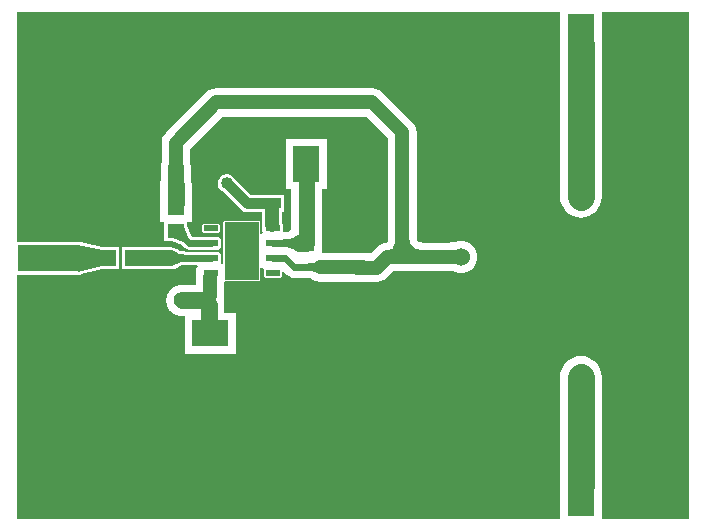
<source format=gbr>
%TF.GenerationSoftware,Altium Limited,Altium Designer,25.0.2 (28)*%
G04 Layer_Physical_Order=1*
G04 Layer_Color=255*
%FSLAX45Y45*%
%MOMM*%
%TF.SameCoordinates,851EA07A-CAD4-451F-9E8F-DAFD993EE7E7*%
%TF.FilePolarity,Positive*%
%TF.FileFunction,Copper,L1,Top,Signal*%
%TF.Part,Single*%
G01*
G75*
%TA.AperFunction,SMDPad,CuDef*%
%ADD10R,0.95000X1.40000*%
%TA.AperFunction,ConnectorPad*%
%ADD11R,2.41300X5.08000*%
%ADD12R,2.28600X5.08000*%
%TA.AperFunction,SMDPad,CuDef*%
%ADD13R,1.40000X0.95000*%
%ADD14R,2.28600X3.04800*%
G04:AMPARAMS|DCode=15|XSize=0.55mm|YSize=1.25mm|CornerRadius=0.0495mm|HoleSize=0mm|Usage=FLASHONLY|Rotation=90.000|XOffset=0mm|YOffset=0mm|HoleType=Round|Shape=RoundedRectangle|*
%AMROUNDEDRECTD15*
21,1,0.55000,1.15100,0,0,90.0*
21,1,0.45100,1.25000,0,0,90.0*
1,1,0.09900,0.57550,0.22550*
1,1,0.09900,0.57550,-0.22550*
1,1,0.09900,-0.57550,-0.22550*
1,1,0.09900,-0.57550,0.22550*
%
%ADD15ROUNDEDRECTD15*%
%TA.AperFunction,SMDPad,SMDef*%
G04:AMPARAMS|DCode=16|XSize=2.95mm|YSize=4.9mm|CornerRadius=0.059mm|HoleSize=0mm|Usage=FLASHONLY|Rotation=0.000|XOffset=0mm|YOffset=0mm|HoleType=Round|Shape=RoundedRectangle|*
%AMROUNDEDRECTD16*
21,1,2.95000,4.78200,0,0,0.0*
21,1,2.83200,4.90000,0,0,0.0*
1,1,0.11800,1.41600,-2.39100*
1,1,0.11800,-1.41600,-2.39100*
1,1,0.11800,-1.41600,2.39100*
1,1,0.11800,1.41600,2.39100*
%
%ADD16ROUNDEDRECTD16*%
%TA.AperFunction,SMDPad,CuDef*%
%ADD17R,1.45000X1.20000*%
%TA.AperFunction,ConnectorPad*%
%ADD18R,5.08000X2.41300*%
%ADD19R,5.08000X2.28600*%
%TA.AperFunction,SMDPad,CuDef*%
%ADD20R,3.04800X2.28600*%
%ADD21R,1.00000X1.35000*%
%TA.AperFunction,Conductor*%
%ADD22C,2.28600*%
%ADD23C,1.34620*%
%ADD24C,0.55880*%
%ADD25C,1.39700*%
%ADD26C,1.14300*%
%ADD27C,0.93980*%
%ADD28C,1.32080*%
%ADD29C,1.44780*%
%ADD30C,1.16840*%
%TA.AperFunction,ViaPad*%
%ADD31C,1.34620*%
%ADD32C,1.39700*%
%TA.AperFunction,ComponentPad*%
%ADD33C,1.52400*%
%TA.AperFunction,ViaPad*%
%ADD34C,1.01600*%
%ADD35C,0.91440*%
%ADD36C,0.50000*%
G36*
X8242300Y2552700D02*
X7503160D01*
Y2823489D01*
X7504008Y2832100D01*
Y3759200D01*
X7500624Y3793557D01*
X7490603Y3826594D01*
X7474328Y3857041D01*
X7452427Y3883727D01*
X7425741Y3905628D01*
X7395294Y3921903D01*
X7362257Y3931924D01*
X7327900Y3935308D01*
X7293543Y3931924D01*
X7260506Y3921903D01*
X7230059Y3905628D01*
X7203373Y3883727D01*
X7181472Y3857041D01*
X7165197Y3826594D01*
X7155176Y3793557D01*
X7151792Y3759200D01*
Y2832100D01*
X7152640Y2823489D01*
Y2552700D01*
X2552700D01*
Y4622800D01*
X3072126D01*
X3073095Y4622607D01*
X3074064Y4622800D01*
X3098800D01*
Y4627867D01*
X3276672Y4668990D01*
X3314700D01*
X3319334Y4669600D01*
X3415500D01*
Y4855400D01*
X3319334D01*
X3314700Y4856010D01*
X3276672D01*
X3098800Y4897133D01*
Y4902200D01*
X3074064D01*
X3073095Y4902393D01*
X3072126Y4902200D01*
X2552700D01*
Y6845300D01*
X7152640D01*
Y6587211D01*
X7151792Y6578600D01*
Y5283200D01*
X7155176Y5248843D01*
X7165197Y5215806D01*
X7181472Y5185359D01*
X7203373Y5158673D01*
X7230059Y5136772D01*
X7260506Y5120497D01*
X7293543Y5110476D01*
X7327900Y5107092D01*
X7362257Y5110476D01*
X7395294Y5120497D01*
X7425741Y5136772D01*
X7452427Y5158673D01*
X7474328Y5185359D01*
X7490603Y5215806D01*
X7500624Y5248843D01*
X7504008Y5283200D01*
Y6578600D01*
X7503160Y6587211D01*
Y6845300D01*
X8242300D01*
Y2552700D01*
D02*
G37*
G36*
X3275025Y4829810D02*
Y4695190D01*
X3073095Y4648505D01*
Y4876495D01*
X3275025Y4829810D01*
D02*
G37*
%LPC*%
G36*
X4252750Y5055405D02*
X4137650D01*
X4126085Y5050614D01*
X4121295Y5039050D01*
Y4993950D01*
X4126085Y4982386D01*
X4137650Y4977595D01*
X4252750D01*
X4264315Y4982386D01*
X4269105Y4993950D01*
Y5039050D01*
X4264315Y5050614D01*
X4252750Y5055405D01*
D02*
G37*
G36*
X5562600Y6203710D02*
X4241800D01*
X4210635Y6199607D01*
X4181595Y6187578D01*
X4156657Y6168443D01*
X3813757Y5825543D01*
X3794622Y5800605D01*
X3782593Y5771565D01*
X3778490Y5740400D01*
Y5578371D01*
X3775169Y5570354D01*
X3770804Y5537200D01*
Y5424010D01*
X3768982Y5419611D01*
X3764399Y5384800D01*
Y5232400D01*
X3765440Y5224496D01*
Y5071740D01*
X3801000D01*
Y4907300D01*
X3868216D01*
X3947855Y4879332D01*
X3976144Y4851044D01*
X3993788Y4839255D01*
X4014600Y4835115D01*
X4195200D01*
X4199677Y4836006D01*
X4252750D01*
X4264592Y4838361D01*
X4274631Y4845069D01*
X4281339Y4855108D01*
X4283695Y4866950D01*
Y4912050D01*
X4281339Y4923892D01*
X4274631Y4933931D01*
X4264592Y4940639D01*
X4252750Y4942994D01*
X4199677D01*
X4195200Y4943885D01*
X4037127D01*
X4024768Y4956244D01*
X3996800Y5035884D01*
Y5071740D01*
X4032360D01*
Y5224496D01*
X4033401Y5232400D01*
Y5384800D01*
X4028818Y5419611D01*
X4026996Y5424010D01*
Y5537200D01*
X4022631Y5570354D01*
X4019310Y5578371D01*
Y5690525D01*
X4291675Y5962890D01*
X5512725D01*
X5696190Y5779424D01*
Y4952924D01*
X5696054Y4952335D01*
X5695450Y4932328D01*
X5693938Y4917376D01*
X5691748Y4905917D01*
X5689352Y4898155D01*
X5688230Y4895763D01*
X5685517Y4895514D01*
X5681554Y4894340D01*
X5660035Y4891507D01*
X5630995Y4879478D01*
X5606057Y4860343D01*
X5551374Y4805660D01*
X5494378D01*
X5486400Y4806710D01*
X5134060D01*
Y4876749D01*
X5135739Y4889500D01*
X5135717Y4889666D01*
Y5130800D01*
Y5349240D01*
X5179060D01*
Y5775960D01*
X4828540D01*
Y5349240D01*
X4876963D01*
Y5130800D01*
Y5004853D01*
X4874331Y5003762D01*
X4856184Y4989838D01*
X4853936Y4988754D01*
X4851343Y4987907D01*
X4843855Y4986178D01*
X4834511Y4984636D01*
X4814804Y4983359D01*
X4808108Y4991000D01*
X4808694Y4993950D01*
Y5039050D01*
X4806339Y5050892D01*
X4799631Y5060931D01*
X4798772Y5061505D01*
Y5155900D01*
X4814720D01*
Y5301700D01*
X4720190D01*
X4719320Y5301815D01*
X4529644D01*
X4397829Y5433629D01*
X4391675Y5444288D01*
X4377488Y5458475D01*
X4360112Y5468507D01*
X4340732Y5473700D01*
X4320668D01*
X4301288Y5468507D01*
X4283912Y5458475D01*
X4269725Y5444288D01*
X4259693Y5426912D01*
X4254500Y5407532D01*
Y5387468D01*
X4259693Y5368088D01*
X4269725Y5350712D01*
X4283912Y5336525D01*
X4294571Y5330371D01*
X4447771Y5177171D01*
X4462893Y5165568D01*
X4480502Y5158273D01*
X4499400Y5155785D01*
X4632248D01*
Y5046980D01*
X4632660Y5043849D01*
X4631705Y5039050D01*
Y4993950D01*
X4634061Y4982108D01*
X4634686Y4981172D01*
X4631945Y4971340D01*
X4624620Y4967635D01*
X4615675Y4972602D01*
Y5065100D01*
X4614428Y5071366D01*
X4610879Y5076679D01*
X4605566Y5080228D01*
X4599300Y5081475D01*
X4316100D01*
X4309834Y5080228D01*
X4304521Y5076679D01*
X4300972Y5071366D01*
X4299725Y5065100D01*
Y4718601D01*
X4290780Y4713634D01*
X4283454Y4717340D01*
X4280713Y4727172D01*
X4281339Y4728108D01*
X4283695Y4739950D01*
Y4785050D01*
X4281339Y4796892D01*
X4274631Y4806931D01*
X4264592Y4813639D01*
X4252750Y4815994D01*
X4199677D01*
X4195200Y4816885D01*
X4022999D01*
X3990979Y4818065D01*
X3958505Y4821072D01*
X3946371Y4822985D01*
X3936686Y4825128D01*
X3929983Y4827237D01*
X3926801Y4828714D01*
X3907555Y4843482D01*
X3885002Y4852824D01*
X3860800Y4856010D01*
X3784650D01*
X3784459Y4855985D01*
X3556025D01*
X3551582Y4855400D01*
X3444700D01*
Y4669600D01*
X3551200D01*
X3556025Y4668965D01*
X3784413D01*
X3784600Y4668940D01*
X3784978Y4668990D01*
X3860800D01*
X3885002Y4672176D01*
X3907555Y4681518D01*
X3926801Y4696286D01*
X3929983Y4697763D01*
X3936686Y4699872D01*
X3946371Y4702015D01*
X3958112Y4703866D01*
X4027131Y4708115D01*
X4080182D01*
X4085192Y4697955D01*
X4080078Y4691289D01*
X4073436Y4675256D01*
X4071171Y4658050D01*
Y4612950D01*
X4071789Y4608257D01*
X4071363Y4605020D01*
Y4538839D01*
X3949700D01*
X3941126Y4537710D01*
X3932479D01*
X3924125Y4535472D01*
X3915552Y4534343D01*
X3907563Y4531034D01*
X3899209Y4528796D01*
X3891720Y4524472D01*
X3883731Y4521162D01*
X3876870Y4515898D01*
X3869381Y4511574D01*
X3863266Y4505459D01*
X3856405Y4500195D01*
X3851141Y4493334D01*
X3845026Y4487219D01*
X3840702Y4479730D01*
X3835438Y4472869D01*
X3832128Y4464880D01*
X3827804Y4457391D01*
X3825566Y4449037D01*
X3822257Y4441048D01*
X3821128Y4432475D01*
X3818890Y4424121D01*
Y4415474D01*
X3817761Y4406900D01*
X3818890Y4398326D01*
Y4389679D01*
X3821128Y4381325D01*
X3822257Y4372752D01*
X3825566Y4364763D01*
X3827804Y4356409D01*
X3832128Y4348920D01*
X3835438Y4340931D01*
X3840702Y4334070D01*
X3845026Y4326581D01*
X3851141Y4320466D01*
X3856405Y4313605D01*
X3863266Y4308341D01*
X3869381Y4302226D01*
X3876870Y4297902D01*
X3883731Y4292638D01*
X3891720Y4289328D01*
X3899209Y4285004D01*
X3907563Y4282766D01*
X3915552Y4279457D01*
X3924125Y4278328D01*
X3932479Y4276090D01*
X3941126D01*
X3949700Y4274961D01*
X3977640D01*
Y3952240D01*
X4404360D01*
Y4302760D01*
X4309731D01*
Y4368800D01*
X4308560Y4377692D01*
Y4436941D01*
X4309621Y4445000D01*
Y4561455D01*
X4316100Y4570525D01*
X4599300D01*
X4605566Y4571772D01*
X4610879Y4575321D01*
X4614428Y4580634D01*
X4615675Y4586900D01*
Y4681432D01*
X4624787Y4685926D01*
X4629411Y4682378D01*
X4644375Y4676179D01*
X4645761Y4674824D01*
X4649173Y4664998D01*
X4646295Y4658050D01*
Y4612950D01*
X4651085Y4601386D01*
X4662650Y4596595D01*
X4777750D01*
X4789315Y4601386D01*
X4794105Y4612950D01*
Y4653218D01*
X4804265Y4657427D01*
X4838796Y4622896D01*
X4857366Y4608646D01*
X4878993Y4599688D01*
X4902200Y4596633D01*
X4948405D01*
X4950286Y4596219D01*
X5007724Y4595046D01*
X5033839Y4593141D01*
X5042288Y4592076D01*
X5047648Y4591112D01*
X5059495Y4582022D01*
X5088535Y4569993D01*
X5119700Y4565890D01*
X5352940D01*
Y4563740D01*
X5619860D01*
Y4566812D01*
X5631865Y4568392D01*
X5660905Y4580421D01*
X5685843Y4599557D01*
X5741076Y4654790D01*
X5818024D01*
X5818795Y4654665D01*
X5819326Y4654790D01*
X6185336D01*
X6186099Y4654629D01*
X6247573Y4653960D01*
X6258958Y4647387D01*
X6293843Y4638040D01*
X6329957D01*
X6364842Y4647387D01*
X6396118Y4665445D01*
X6421655Y4690982D01*
X6439713Y4722258D01*
X6449060Y4757143D01*
Y4793257D01*
X6439713Y4828142D01*
X6421655Y4859418D01*
X6396118Y4884955D01*
X6364842Y4903013D01*
X6329957Y4912360D01*
X6293843D01*
X6258958Y4903013D01*
X6249148Y4897349D01*
X6185227Y4895755D01*
X6184583Y4895610D01*
X5995435D01*
X5995127Y4895688D01*
X5976721Y4896657D01*
X5965108Y4898706D01*
X5957015Y4901404D01*
X5951814Y4904205D01*
X5948399Y4906999D01*
X5945605Y4910414D01*
X5942804Y4915615D01*
X5940106Y4923709D01*
X5938057Y4935321D01*
X5937088Y4953727D01*
X5937010Y4954035D01*
Y5829300D01*
X5932908Y5860465D01*
X5920878Y5889505D01*
X5901743Y5914443D01*
X5647743Y6168443D01*
X5622805Y6187578D01*
X5593765Y6199607D01*
X5562600Y6203710D01*
D02*
G37*
%LPD*%
G36*
X4002706Y4940908D02*
X3963192Y4901394D01*
X3872312Y4933310D01*
X3970790Y5031788D01*
X4002706Y4940908D01*
D02*
G37*
G36*
X4890939Y4840078D02*
X4885524Y4844159D01*
X4877882Y4847811D01*
X4868013Y4851034D01*
X4855918Y4853826D01*
X4841595Y4856189D01*
X4806270Y4859627D01*
X4762038Y4861345D01*
X4736581Y4861560D01*
Y4917440D01*
X4762038Y4917655D01*
X4841595Y4922811D01*
X4855918Y4925174D01*
X4868013Y4927966D01*
X4877882Y4931189D01*
X4885524Y4934841D01*
X4890939Y4938922D01*
Y4840078D01*
D02*
G37*
G36*
X5876188Y4928260D02*
X5879694Y4908398D01*
X5885536Y4890872D01*
X5893714Y4875682D01*
X5904230Y4862830D01*
X5917082Y4852314D01*
X5932272Y4844136D01*
X5949798Y4838294D01*
X5969660Y4834788D01*
X5991860Y4833620D01*
X5816600Y4716780D01*
X5691200Y4833620D01*
X5703926Y4834788D01*
X5715313Y4838294D01*
X5725360Y4844136D01*
X5734067Y4852314D01*
X5741435Y4862830D01*
X5747463Y4875682D01*
X5752152Y4890872D01*
X5755501Y4908398D01*
X5757510Y4928260D01*
X5758180Y4950460D01*
X5875020D01*
X5876188Y4928260D01*
D02*
G37*
G36*
X3913396Y4806385D02*
X3920604Y4803038D01*
X3929990Y4800086D01*
X3941553Y4797527D01*
X3955293Y4795361D01*
X3989306Y4792212D01*
X4032030Y4790637D01*
X4056657Y4790440D01*
Y4734560D01*
X4032030Y4734363D01*
X3955293Y4729639D01*
X3941553Y4727473D01*
X3929990Y4724914D01*
X3920604Y4721962D01*
X3913396Y4718615D01*
X3908366Y4714875D01*
Y4810125D01*
X3913396Y4806385D01*
D02*
G37*
G36*
X6265418Y4714819D02*
X6264173Y4715191D01*
X6261457Y4715525D01*
X6251613Y4716074D01*
X6186776Y4716780D01*
Y4833620D01*
X6265418Y4835581D01*
Y4714819D01*
D02*
G37*
G36*
X5078417Y4644965D02*
X5074734Y4647510D01*
X5069050Y4649787D01*
X5061366Y4651796D01*
X5051681Y4653538D01*
X5039995Y4655011D01*
X5010621Y4657155D01*
X4951554Y4658360D01*
Y4714240D01*
X4973244Y4714374D01*
X5051681Y4719062D01*
X5061366Y4720804D01*
X5069050Y4722813D01*
X5074734Y4725090D01*
X5078417Y4727635D01*
Y4644965D01*
D02*
G37*
D10*
X5025600Y4889500D02*
D03*
X5210600D02*
D03*
X4200100Y4406900D02*
D03*
X4385100D02*
D03*
D11*
X6889750Y2832100D02*
D03*
X7766050D02*
D03*
Y6578600D02*
D03*
X6889750D02*
D03*
D12*
X7327900Y2832100D02*
D03*
Y6578600D02*
D03*
D13*
X3771900Y4558240D02*
D03*
Y4743240D02*
D03*
X4719320Y5228800D02*
D03*
Y5413800D02*
D03*
D14*
X5461000Y5562600D02*
D03*
X5003800D02*
D03*
D15*
X4720200Y4635500D02*
D03*
Y4762500D02*
D03*
Y4889500D02*
D03*
Y5016500D02*
D03*
X4195200Y4635500D02*
D03*
Y4762500D02*
D03*
Y4889500D02*
D03*
Y5016500D02*
D03*
D16*
X4457700Y4826000D02*
D03*
D17*
X3898900Y5192700D02*
D03*
Y4992700D02*
D03*
X5486400Y4684700D02*
D03*
Y4484700D02*
D03*
D18*
X2819400Y5200650D02*
D03*
Y4324350D02*
D03*
D19*
Y4762500D02*
D03*
D20*
X4191000Y3670300D02*
D03*
Y4127500D02*
D03*
D21*
X3340100Y4762500D02*
D03*
X3520100D02*
D03*
D22*
X7327900Y2832100D02*
Y3759200D01*
Y5283200D02*
Y6578600D01*
D23*
X5006340Y4889500D02*
Y5130800D01*
Y5560060D01*
X5003800Y5562600D02*
X5006340Y5560060D01*
X3784650Y4762500D02*
X3860800D01*
X3784600Y4762450D02*
X3784650Y4762500D01*
X3556025Y4762475D02*
X3784575D01*
X2819400Y4762500D02*
X3314700D01*
D24*
X4720199Y4889500D02*
X4940300D01*
X3898900Y4992700D02*
X3911400D01*
X4014600Y4889500D01*
X4195200D01*
X4902200Y4686300D02*
X5119700D01*
X4826440Y4762060D02*
X4902200Y4686300D01*
X4720200Y4762500D02*
X4720640Y4762060D01*
X4826440D01*
X3860800Y4762500D02*
X4195200D01*
D25*
X4940300Y4889500D02*
X5003800D01*
X4177792Y4127500D02*
Y4368800D01*
X3949700Y4406900D02*
X4152900D01*
D26*
X4715510Y5046980D02*
Y5207000D01*
X4190492Y4445000D02*
Y4605020D01*
D27*
X4330700Y5397500D02*
X4499400Y5228800D01*
X4719320D01*
D28*
X3898900Y5384800D02*
Y5537200D01*
X3556000Y4762500D02*
X3556025Y4762475D01*
X3784575D02*
X3784600Y4762450D01*
D29*
X3898900Y5232400D02*
Y5384800D01*
D30*
Y5537200D02*
Y5740400D01*
X5816600Y4775200D02*
X6311900D01*
X5691200D02*
X5816600D01*
X3898900Y5740400D02*
X4241800Y6083300D01*
X5562600D01*
X5816600Y5829300D01*
Y4775200D02*
Y5829300D01*
X5119700Y4686300D02*
X5486400D01*
X5600700Y4684700D02*
X5691200Y4775200D01*
X5486400Y4684700D02*
X5600700D01*
D31*
X5006340Y5130800D02*
D03*
D32*
X3949700Y4406900D02*
D03*
D33*
X7835900Y5283200D02*
D03*
Y4775200D02*
D03*
Y4267200D02*
D03*
Y3759200D02*
D03*
X7327900Y5283200D02*
D03*
Y4775200D02*
D03*
Y4267200D02*
D03*
Y3759200D02*
D03*
X6819900Y5283200D02*
D03*
Y4775200D02*
D03*
Y4267200D02*
D03*
Y3759200D02*
D03*
X6311900Y5283200D02*
D03*
Y4775200D02*
D03*
Y4267200D02*
D03*
Y3759200D02*
D03*
D34*
X4330700Y5397500D02*
D03*
D35*
X7243638Y3975573D02*
D03*
X7145648Y3903030D02*
D03*
X7097914Y3790843D02*
D03*
X7094766Y3668964D02*
D03*
Y3547044D02*
D03*
Y3425124D02*
D03*
Y3303204D02*
D03*
Y3181284D02*
D03*
Y3059364D02*
D03*
Y2937444D02*
D03*
X7095752Y2815528D02*
D03*
Y2693608D02*
D03*
X7560048Y2734353D02*
D03*
X7561034Y2856269D02*
D03*
Y2978189D02*
D03*
Y3100109D02*
D03*
Y3222029D02*
D03*
Y3343949D02*
D03*
Y3465869D02*
D03*
Y3587789D02*
D03*
Y3709709D02*
D03*
X7548968Y3831031D02*
D03*
X7482280Y3933096D02*
D03*
X7373121Y3987398D02*
D03*
X7095752Y6765739D02*
D03*
Y6643819D02*
D03*
X7094766Y6521903D02*
D03*
Y6399983D02*
D03*
Y6278063D02*
D03*
Y6156143D02*
D03*
Y6034223D02*
D03*
Y5912303D02*
D03*
Y5790383D02*
D03*
Y5668463D02*
D03*
Y5546543D02*
D03*
Y5424623D02*
D03*
Y5302703D02*
D03*
X7118112Y5183039D02*
D03*
X7197583Y5090579D02*
D03*
X7312925Y5051074D02*
D03*
X7432377Y5075483D02*
D03*
X7523060Y5156975D02*
D03*
X7560026Y5273156D02*
D03*
X7561034Y5395072D02*
D03*
Y5516992D02*
D03*
Y5638912D02*
D03*
Y5760832D02*
D03*
Y5882752D02*
D03*
Y6004672D02*
D03*
Y6126592D02*
D03*
Y6248512D02*
D03*
Y6370432D02*
D03*
Y6492352D02*
D03*
X7560048Y6614268D02*
D03*
Y6736188D02*
D03*
D36*
X4392700Y4891000D02*
D03*
X4522700D02*
D03*
X4392700Y4761000D02*
D03*
X4522700D02*
D03*
X4392700Y4631000D02*
D03*
X4522700D02*
D03*
X4392700Y5021000D02*
D03*
X4522700D02*
D03*
%TF.MD5,a9f2711c25c143a8662ce4774eabdbf8*%
M02*

</source>
